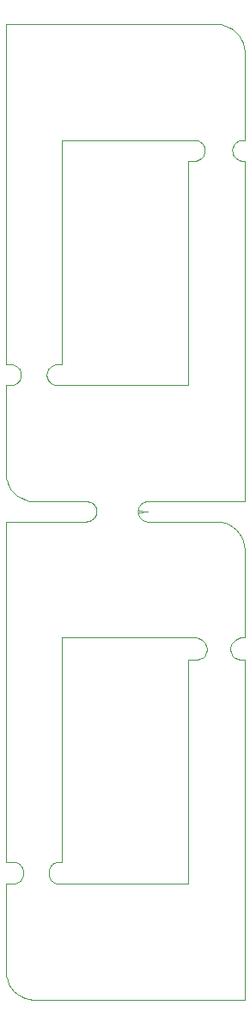
<source format=gko>
%MOIN*%
%OFA0B0*%
%FSLAX44Y44*%
%IPPOS*%
%LPD*%
%ADD10C,0*%
D10*
X00007086Y00032578D02*
X00007086Y00032578D01*
X00007086Y00023897D01*
X00002004Y00023897D01*
X00001981Y00023898D01*
X00001959Y00023900D01*
X00001936Y00023903D01*
X00001914Y00023907D01*
X00001892Y00023913D01*
X00001871Y00023920D01*
X00001850Y00023929D01*
X00001829Y00023938D01*
X00001809Y00023949D01*
X00001790Y00023960D01*
X00001771Y00023973D01*
X00001754Y00023987D01*
X00001737Y00024002D01*
X00001720Y00024018D01*
X00001705Y00024034D01*
X00001691Y00024052D01*
X00001678Y00024070D01*
X00001666Y00024089D01*
X00001655Y00024109D01*
X00001645Y00024129D01*
X00001636Y00024149D01*
X00001622Y00024186D01*
X00001611Y00024223D01*
X00001604Y00024262D01*
X00001602Y00024301D01*
X00001603Y00024340D01*
X00001607Y00024379D01*
X00001616Y00024417D01*
X00001629Y00024455D01*
X00001645Y00024490D01*
X00001665Y00024524D01*
X00001687Y00024556D01*
X00001713Y00024586D01*
X00001742Y00024612D01*
X00001773Y00024636D01*
X00001807Y00024656D01*
X00001842Y00024673D01*
X00001879Y00024687D01*
X00001917Y00024696D01*
X00001956Y00024702D01*
X00001995Y00024704D01*
X00002204Y00024704D01*
X00002204Y00033385D01*
X00007340Y00033385D01*
X00007388Y00033382D01*
X00007436Y00033373D01*
X00007483Y00033358D01*
X00007527Y00033338D01*
X00007569Y00033312D01*
X00007606Y00033281D01*
X00007640Y00033246D01*
X00007669Y00033207D01*
X00007694Y00033164D01*
X00007712Y00033119D01*
X00007725Y00033072D01*
X00007732Y00033024D01*
X00007733Y00032975D01*
X00007728Y00032927D01*
X00007717Y00032879D01*
X00007700Y00032833D01*
X00007678Y00032790D01*
X00007650Y00032750D01*
X00007618Y00032713D01*
X00007581Y00032681D01*
X00007556Y00032661D01*
X00007545Y00032653D01*
X00007535Y00032646D01*
X00007524Y00032639D01*
X00007513Y00032632D01*
X00007501Y00032626D01*
X00007490Y00032620D01*
X00007478Y00032614D01*
X00007466Y00032609D01*
X00007454Y00032604D01*
X00007442Y00032600D01*
X00007430Y00032595D01*
X00007417Y00032592D01*
X00007405Y00032589D01*
X00007392Y00032586D01*
X00007379Y00032584D01*
X00007366Y00032582D01*
X00007353Y00032580D01*
X00007340Y00032579D01*
X00007327Y00032578D01*
X00007314Y00032578D01*
X00007086Y00032578D01*
X00007086Y00013287D02*
X00007086Y00013287D01*
X00007086Y00004606D01*
X00002064Y00004606D01*
X00002030Y00004607D01*
X00001997Y00004612D01*
X00001964Y00004619D01*
X00001931Y00004629D01*
X00001900Y00004642D01*
X00001869Y00004658D01*
X00001841Y00004676D01*
X00001813Y00004696D01*
X00001788Y00004719D01*
X00001765Y00004744D01*
X00001744Y00004771D01*
X00001726Y00004799D01*
X00001710Y00004829D01*
X00001696Y00004860D01*
X00001686Y00004893D01*
X00001678Y00004926D01*
X00001673Y00004960D01*
X00001671Y00004993D01*
X00001672Y00005027D01*
X00001676Y00005061D01*
X00001685Y00005120D01*
X00001690Y00005148D01*
X00001698Y00005174D01*
X00001707Y00005201D01*
X00001718Y00005226D01*
X00001730Y00005251D01*
X00001745Y00005275D01*
X00001761Y00005297D01*
X00001779Y00005319D01*
X00001798Y00005339D01*
X00001818Y00005358D01*
X00001840Y00005375D01*
X00001863Y00005391D01*
X00001887Y00005405D01*
X00001912Y00005417D01*
X00001938Y00005428D01*
X00001964Y00005437D01*
X00001991Y00005443D01*
X00002018Y00005448D01*
X00002046Y00005451D01*
X00002074Y00005452D01*
X00002204Y00005452D01*
X00002204Y00014133D01*
X00007349Y00014133D01*
X00007363Y00014133D01*
X00007378Y00014132D01*
X00007392Y00014131D01*
X00007406Y00014129D01*
X00007420Y00014127D01*
X00007435Y00014124D01*
X00007449Y00014121D01*
X00007462Y00014117D01*
X00007476Y00014112D01*
X00007490Y00014107D01*
X00007503Y00014102D01*
X00007516Y00014096D01*
X00007529Y00014090D01*
X00007542Y00014083D01*
X00007554Y00014076D01*
X00007566Y00014068D01*
X00007578Y00014060D01*
X00007590Y00014051D01*
X00007601Y00014042D01*
X00007612Y00014033D01*
X00007678Y00013974D01*
X00007711Y00013940D01*
X00007740Y00013903D01*
X00007764Y00013862D01*
X00007784Y00013818D01*
X00007798Y00013773D01*
X00007806Y00013726D01*
X00007809Y00013679D01*
X00007805Y00013632D01*
X00007797Y00013585D01*
X00007783Y00013540D01*
X00007763Y00013497D01*
X00007738Y00013456D01*
X00007709Y00013419D01*
X00007675Y00013385D01*
X00007638Y00013356D01*
X00007597Y00013332D01*
X00007554Y00013312D01*
X00007509Y00013298D01*
X00007462Y00013290D01*
X00007415Y00013287D01*
X00007086Y00013287D01*
X00009271Y00000118D02*
X00009271Y00000118D01*
X00009271Y00013287D01*
X00009120Y00013287D01*
X00009072Y00013290D01*
X00009026Y00013298D01*
X00008980Y00013312D01*
X00008937Y00013332D01*
X00008896Y00013356D01*
X00008859Y00013385D01*
X00008825Y00013419D01*
X00008796Y00013456D01*
X00008771Y00013497D01*
X00008752Y00013540D01*
X00008738Y00013585D01*
X00008729Y00013632D01*
X00008726Y00013679D01*
X00008729Y00013726D01*
X00008737Y00013773D01*
X00008751Y00013818D01*
X00008770Y00013862D01*
X00008794Y00013903D01*
X00008823Y00013940D01*
X00008857Y00013974D01*
X00008923Y00014033D01*
X00008934Y00014042D01*
X00008945Y00014051D01*
X00008956Y00014060D01*
X00008968Y00014068D01*
X00008980Y00014076D01*
X00008993Y00014083D01*
X00009005Y00014090D01*
X00009018Y00014096D01*
X00009031Y00014102D01*
X00009045Y00014107D01*
X00009058Y00014112D01*
X00009072Y00014117D01*
X00009086Y00014121D01*
X00009100Y00014124D01*
X00009114Y00014127D01*
X00009128Y00014129D01*
X00009142Y00014131D01*
X00009157Y00014132D01*
X00009171Y00014133D01*
X00009185Y00014133D01*
X00009271Y00014133D01*
X00009271Y00017539D01*
X00009258Y00017708D01*
X00009218Y00017873D01*
X00009153Y00018030D01*
X00009064Y00018175D01*
X00008954Y00018304D01*
X00008825Y00018415D01*
X00008680Y00018504D01*
X00008523Y00018569D01*
X00008358Y00018608D01*
X00008248Y00018622D01*
X00005527Y00018622D01*
X00005496Y00018623D01*
X00005465Y00018626D01*
X00005435Y00018632D01*
X00005405Y00018641D01*
X00005376Y00018652D01*
X00005348Y00018664D01*
X00005321Y00018680D01*
X00005296Y00018697D01*
X00005271Y00018716D01*
X00005249Y00018737D01*
X00005228Y00018760D01*
X00005208Y00018784D01*
X00005191Y00018810D01*
X00005176Y00018837D01*
X00005163Y00018865D01*
X00005153Y00018894D01*
X00005144Y00018923D01*
X00005138Y00018954D01*
X00005134Y00018984D01*
X00005527Y00019015D01*
X00005134Y00019046D01*
X00005138Y00019077D01*
X00005144Y00019107D01*
X00005153Y00019137D01*
X00005163Y00019166D01*
X00005176Y00019194D01*
X00005191Y00019221D01*
X00005208Y00019247D01*
X00005228Y00019271D01*
X00005249Y00019294D01*
X00005271Y00019315D01*
X00005296Y00019334D01*
X00005321Y00019351D01*
X00005348Y00019366D01*
X00005376Y00019379D01*
X00005405Y00019390D01*
X00005435Y00019398D01*
X00005465Y00019404D01*
X00005496Y00019408D01*
X00005527Y00019409D01*
X00009271Y00019409D01*
X00009271Y00032578D01*
X00009220Y00032578D01*
X00009207Y00032578D01*
X00009194Y00032579D01*
X00009181Y00032580D01*
X00009168Y00032582D01*
X00009155Y00032584D01*
X00009143Y00032586D01*
X00009130Y00032589D01*
X00009117Y00032592D01*
X00009105Y00032595D01*
X00009092Y00032600D01*
X00009080Y00032604D01*
X00009068Y00032609D01*
X00009056Y00032614D01*
X00009045Y00032620D01*
X00009033Y00032626D01*
X00009022Y00032632D01*
X00009011Y00032639D01*
X00009000Y00032646D01*
X00008989Y00032653D01*
X00008979Y00032661D01*
X00008953Y00032681D01*
X00008917Y00032713D01*
X00008884Y00032750D01*
X00008857Y00032790D01*
X00008834Y00032833D01*
X00008817Y00032879D01*
X00008806Y00032927D01*
X00008801Y00032975D01*
X00008802Y00033024D01*
X00008809Y00033072D01*
X00008822Y00033119D01*
X00008841Y00033164D01*
X00008865Y00033207D01*
X00008894Y00033246D01*
X00008928Y00033281D01*
X00008966Y00033312D01*
X00009007Y00033338D01*
X00009052Y00033358D01*
X00009098Y00033373D01*
X00009146Y00033382D01*
X00009195Y00033385D01*
X00009271Y00033385D01*
X00009271Y00036791D01*
X00009258Y00036960D01*
X00009218Y00037125D01*
X00009153Y00037282D01*
X00009064Y00037427D01*
X00008954Y00037556D01*
X00008825Y00037667D01*
X00008680Y00037756D01*
X00008523Y00037821D01*
X00008358Y00037860D01*
X00008248Y00037874D01*
X00000019Y00037874D01*
X00000019Y00024704D01*
X00000209Y00024704D01*
X00000248Y00024702D01*
X00000287Y00024696D01*
X00000325Y00024687D01*
X00000361Y00024673D01*
X00000397Y00024656D01*
X00000430Y00024636D01*
X00000462Y00024612D01*
X00000490Y00024586D01*
X00000516Y00024556D01*
X00000539Y00024524D01*
X00000559Y00024490D01*
X00000575Y00024455D01*
X00000588Y00024417D01*
X00000596Y00024379D01*
X00000601Y00024340D01*
X00000602Y00024301D01*
X00000599Y00024262D01*
X00000593Y00024223D01*
X00000582Y00024186D01*
X00000568Y00024149D01*
X00000559Y00024129D01*
X00000549Y00024109D01*
X00000538Y00024089D01*
X00000526Y00024070D01*
X00000513Y00024052D01*
X00000498Y00024034D01*
X00000483Y00024018D01*
X00000467Y00024002D01*
X00000450Y00023987D01*
X00000432Y00023973D01*
X00000414Y00023960D01*
X00000394Y00023949D01*
X00000374Y00023938D01*
X00000354Y00023929D01*
X00000333Y00023920D01*
X00000311Y00023913D01*
X00000289Y00023907D01*
X00000267Y00023903D01*
X00000245Y00023900D01*
X00000222Y00023898D01*
X00000200Y00023897D01*
X00000019Y00023897D01*
X00000019Y00020492D01*
X00000033Y00020322D01*
X00000072Y00020157D01*
X00000137Y00020000D01*
X00000226Y00019855D01*
X00000336Y00019726D01*
X00000465Y00019616D01*
X00000610Y00019527D01*
X00000767Y00019462D01*
X00000932Y00019422D01*
X00001043Y00019409D01*
X00003133Y00019409D01*
X00003133Y00019409D01*
X00003195Y00019404D01*
X00003255Y00019390D01*
X00003312Y00019366D01*
X00003365Y00019334D01*
X00003412Y00019294D01*
X00003452Y00019247D01*
X00003484Y00019194D01*
X00003508Y00019137D01*
X00003522Y00019077D01*
X00003527Y00019015D01*
X00003522Y00018954D01*
X00003508Y00018894D01*
X00003484Y00018837D01*
X00003452Y00018784D01*
X00003412Y00018737D01*
X00003365Y00018697D01*
X00003312Y00018664D01*
X00003255Y00018641D01*
X00003195Y00018626D01*
X00003133Y00018622D01*
X00000019Y00018622D01*
X00000019Y00005452D01*
X00000287Y00005452D01*
X00000315Y00005451D01*
X00000343Y00005448D01*
X00000370Y00005443D01*
X00000397Y00005437D01*
X00000424Y00005428D01*
X00000449Y00005417D01*
X00000474Y00005405D01*
X00000498Y00005391D01*
X00000521Y00005375D01*
X00000543Y00005358D01*
X00000564Y00005339D01*
X00000583Y00005319D01*
X00000600Y00005297D01*
X00000616Y00005275D01*
X00000631Y00005251D01*
X00000644Y00005226D01*
X00000655Y00005201D01*
X00000664Y00005174D01*
X00000671Y00005148D01*
X00000676Y00005120D01*
X00000686Y00005061D01*
X00000689Y00005027D01*
X00000690Y00004993D01*
X00000688Y00004960D01*
X00000683Y00004926D01*
X00000676Y00004893D01*
X00000665Y00004860D01*
X00000652Y00004829D01*
X00000636Y00004799D01*
X00000617Y00004771D01*
X00000596Y00004744D01*
X00000573Y00004719D01*
X00000548Y00004696D01*
X00000521Y00004676D01*
X00000492Y00004658D01*
X00000462Y00004642D01*
X00000430Y00004629D01*
X00000398Y00004619D01*
X00000364Y00004612D01*
X00000331Y00004607D01*
X00000297Y00004606D01*
X00000019Y00004606D01*
X00000019Y00001200D01*
X00000033Y00001031D01*
X00000072Y00000866D01*
X00000137Y00000709D01*
X00000226Y00000564D01*
X00000336Y00000435D01*
X00000465Y00000324D01*
X00000610Y00000236D01*
X00000767Y00000171D01*
X00000932Y00000131D01*
X00001043Y00000118D01*
X00009271Y00000118D01*
M02*
</source>
